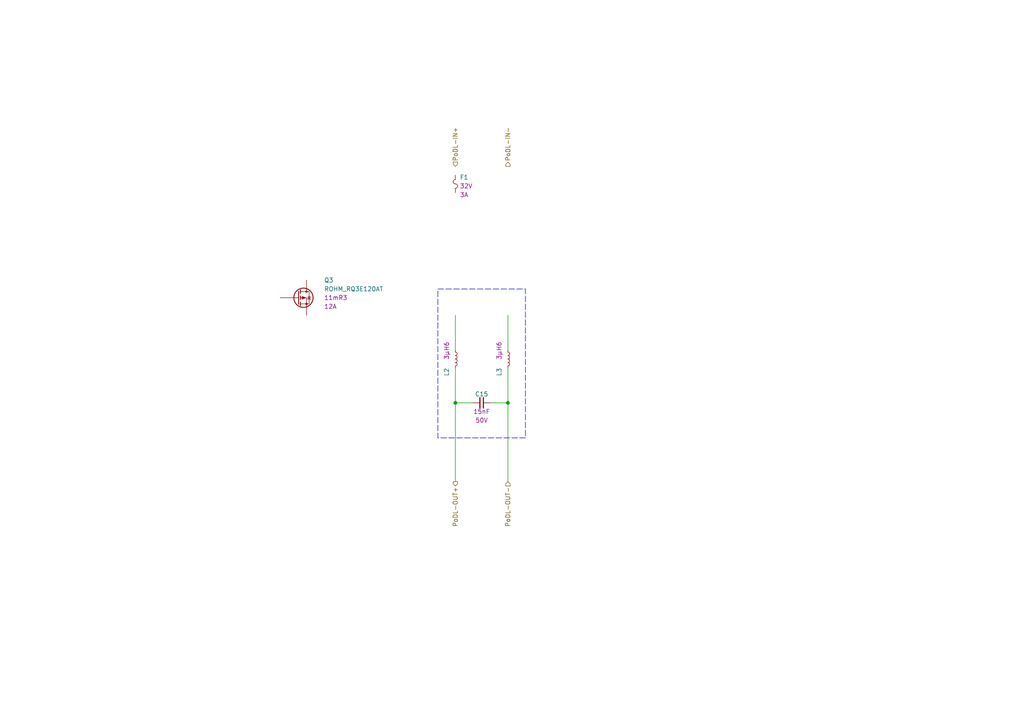
<source format=kicad_sch>
(kicad_sch (version 20230121) (generator eeschema)
  (paper "A4")
  (lib_symbols
    (symbol "Skyhawkson-Capacitors:15NF_0603" (pin_numbers hide) (pin_names (offset 0.254) hide)
      (property "Reference" "C" (at 0 2.54 0))
      (property "Tolerance" "10%" (at 0 -7.62 0))
      (property "Rating" "50V" (at 0 -10.16 0))
      (property "Temp" "X7R" (at 0 -15.24 0))
      (property "Package" "0603" (at 0 -12.7 0))
      (property "Capacitance" "15nF" (at 0 -5.08 0))
      (symbol "15NF_0603_0_1"
        (polyline (pts (xy 2.032 -1.524) (xy 2.032 1.524)) (stroke (width 0.3048)))
        (polyline (pts (xy 3.048 -1.524) (xy 3.048 1.524)) (stroke (width 0.3302)))
      )
      (symbol "15NF_0603_1_1"
        (pin passive line (at 0 0 0) (length 2.032) (name "~") (number "1"))
        (pin passive line (at 5.08 0 180) (length 2.032) (name "~") (number "2"))
      )
    )
    (symbol "Skyhawkson-Inductors Coils and Beads:BOURNS_SRP5030TA-3R6M" (pin_numbers hide) (pin_names (offset 0.254) hide)
      (property "Reference" "L" (at 0 1.27 0))
      (property "Value" "BOURNS_SRP5030TA-3R6M" (at 0 -2.54 0))
      (property "Current" "4A9" (at 0 -10.16 0))
      (property "Tolerance" "20%" (at 0 -7.62 0))
      (property "Res. Frequency" "29MHz" (at 0 -12.7 0))
      (property "Inductance" "3µH6" (at 0 -5.08 0))
      (symbol "BOURNS_SRP5030TA-3R6M_0_1"
        (arc (start 1.524 0) (mid 1.016 0.5058) (end 0.508 0))
        (arc (start 2.54 0) (mid 2.032 0.5058) (end 1.524 0))
        (arc (start 3.556 0) (mid 3.048 0.5058) (end 2.54 0))
        (arc (start 4.572 0) (mid 4.064 0.5058) (end 3.556 0))
      )
      (symbol "BOURNS_SRP5030TA-3R6M_1_1"
        (pin passive line (at 0 0 0) (length 0.508) (name "~") (number "1"))
        (pin passive line (at 5.08 0 180) (length 0.508) (name "~") (number "2"))
      )
    )
    (symbol "Skyhawkson-Miscellaneous:LF_0494003" (pin_numbers hide) (pin_names (offset 0.254) hide)
      (property "Reference" "F" (at 0 1.27 0))
      (property "Value" "LF_0494003" (at 0 -3.81 0))
      (property "TYPE" "FAST" (at 0 -6.35 0))
      (property "VOLTAGE" "32V" (at 0 -8.89 0))
      (property "CURRENT" "3A" (at 0 -11.43 0))
      (symbol "LF_0494003_0_1"
        (arc (start 1.27 0) (mid 1.456 -0.449) (end 1.905 -0.635))
        (arc (start 1.905 -0.635) (mid 2.354 -0.449) (end 2.54 0))
        (arc (start 3.175 0.635) (mid 2.726 0.449) (end 2.54 0))
        (arc (start 3.81 0) (mid 3.624 0.449) (end 3.175 0.635))
      )
      (symbol "LF_0494003_1_1"
        (pin passive line (at 0 0 0) (length 1.27) (name "~") (number "1"))
        (pin passive line (at 5.08 0 180) (length 1.27) (name "~") (number "2"))
      )
    )
    (symbol "Skyhawkson-Transistors and FETs:ROHM_RQ3E120AT" (pin_numbers hide) (pin_names (offset 0.254) hide)
      (property "Reference" "Q" (at 10.16 0 0))
      (property "Value" "ROHM_RQ3E120AT" (at 10.16 -2.54 0))
      (property "Type" "PMOS ENH" (at 10.16 -5.08 0))
      (property "Vgs_th" "-2V5" (at 10.16 -7.62 0))
      (property "Package" "HSMT8" (at 10.16 -10.16 0))
      (property "Rds_on_max" "11mR3" (at 10.16 -12.7 0))
      (property "Vmax" "-30Vmax" (at 10.16 -15.24 0))
      (property "Current" "12A" (at 10.16 -17.78 0))
      (symbol "ROHM_RQ3E120AT_0_1"
        (polyline (pts (xy 5.334 0) (xy 2.54 0)))
        (polyline (pts (xy 5.334 1.905) (xy 5.334 -1.905)) (stroke (width 0.254)))
        (polyline (pts (xy 5.842 -1.27) (xy 5.842 -2.286)) (stroke (width 0.254)))
        (polyline (pts (xy 5.842 0.508) (xy 5.842 -0.508)) (stroke (width 0.254)))
        (polyline (pts (xy 5.842 2.286) (xy 5.842 1.27)) (stroke (width 0.254)))
        (polyline (pts (xy 7.62 2.54) (xy 7.62 1.778)))
        (polyline (pts (xy 7.62 -2.54) (xy 7.62 0) (xy 5.842 0)))
        (polyline (pts (xy 5.842 -1.778) (xy 8.382 -1.778) (xy 8.382 1.778) (xy 5.842 1.778)))
        (polyline (pts (xy 7.366 0) (xy 6.35 -0.381) (xy 6.35 0.381) (xy 7.366 0)) (fill (type outline)))
        (polyline (pts (xy 8.382 -0.381) (xy 8.763 0.254) (xy 8.001 0.254) (xy 8.382 -0.381)))
        (polyline (pts (xy 8.89 -0.508) (xy 8.763 -0.381) (xy 8.001 -0.381) (xy 7.874 -0.254)))
        (circle (center 6.731 0) (radius 2.794) (stroke (width 0.254)))
        (circle (center 7.62 -1.778) (radius 0.254) (fill (type outline)))
        (circle (center 7.62 1.778) (radius 0.254) (fill (type outline)))
      )
      (symbol "ROHM_RQ3E120AT_1_1"
        (pin passive line (at 7.62 -5.08 90) (length 2.54) hide (name "S") (number "1"))
        (pin passive line (at 7.62 -5.08 90) (length 2.54) (name "S") (number "2"))
        (pin passive line (at 7.62 -5.08 90) (length 2.54) hide (name "S") (number "3"))
        (pin input line (at 0 0 0) (length 2.54) (name "G") (number "4"))
        (pin passive line (at 7.62 5.08 270) (length 2.54) (name "D") (number "5"))
        (pin passive line (at 7.62 5.08 270) (length 2.54) hide (name "D") (number "6"))
        (pin passive line (at 7.62 5.08 270) (length 2.54) hide (name "D") (number "7"))
        (pin passive line (at 7.62 5.08 270) (length 2.54) hide (name "D") (number "8"))
        (pin passive line (at 7.62 5.08 270) (length 2.54) hide (name "D") (number "PAD"))
      )
    )
  )
  (junction (at 132.08 116.84))
  (junction (at 147.32 116.84))
  (wire (pts (xy 132.08 116.84) (xy 132.08 139.7)))
  (wire (pts (xy 132.08 91.44) (xy 132.08 101.6)))
  (wire (pts (xy 132.08 106.68) (xy 132.08 116.84)))
  (wire (pts (xy 147.32 91.44) (xy 147.32 101.6)))
  (wire (pts (xy 147.32 116.84) (xy 147.32 139.7)))
  (wire (pts (xy 132.08 116.84) (xy 137.16 116.84)))
  (wire (pts (xy 142.24 116.84) (xy 147.32 116.84)))
  (wire (pts (xy 147.32 116.84) (xy 147.32 106.68)))
  (rectangle (start 127 83.82) (end 152.4 127) (stroke (width 0) (type dash)))
  (hierarchical_label "PoDL-IN-" (shape output) (at 147.32 48.26 90))
  (hierarchical_label "PoDL-OUT+" (shape output) (at 132.08 139.7 270))
  (hierarchical_label "PoDL-IN+" (shape input) (at 132.08 48.26 90))
  (hierarchical_label "PoDL-OUT-" (shape input) (at 147.32 139.7 270))
  (symbol (lib_id "Skyhawkson-Capacitors:15NF_0603") (at 142.24 116.84 180) (unit 1)
    (property "Reference" "C15" (at 139.7 114.3 0))
    (property "Value" "15NF_0603" (effects hide))
    (property "Footprint" "Skyhawkson_Footprints:GENERIC_0603_CAP" (effects hide))
    (property "DKPN" "399-C0603C153K5RAC7867CT-ND" (effects hide))
    (property "Tolerance" "10%" (effects hide))
    (property "Rating" "50V" (at 139.7 121.92 0))
    (property "Temp" "X7R" (effects hide))
    (property "Package" "0603" (effects hide))
    (property "Capacitance" "15nF" (at 139.7 119.38 0))
  )
  (symbol (lib_id "Skyhawkson-Inductors Coils and Beads:BOURNS_SRP5030TA-3R6M") (at 147.32 101.6 270) (unit 1)
    (property "Reference" "L3" (at 144.78 106.68 0) (effects (justify left)))
    (property "Value" "BOURNS_SRP5030TA-3R6M" (effects hide))
    (property "Footprint" "Skyhawkson_Footprints:BOURNS_SRP5030TA" (effects hide))
    (property "Datasheet" "https://www.bourns.com/docs/Product-Datasheets/SRP5030TA.pdf" (effects hide))
    (property "DKPN" "118-SRP5030TA-3R6MCT-ND" (effects hide))
    (property "Current" "4A9" (effects hide))
    (property "Tolerance" "20%" (effects hide))
    (property "Res. Frequency" "29MHz" (effects hide))
    (property "Inductance" "3µH6" (at 144.78 99.06 0) (effects (justify left)))
  )
  (symbol (lib_id "Skyhawkson-Miscellaneous:LF_0494003") (at 132.08 55.88 90) (unit 1)
    (property "Reference" "F1" (at 133.35 51.435 90) (effects (justify right)))
    (property "Value" "LF_0494003" (effects hide))
    (property "Footprint" "Skyhawkson_Footprints:LF_0494_(0603)" (effects hide))
    (property "Datasheet" "https://www.littelfuse.com/~/media/electronics/datasheets/fuses/littelfuse_fuse_494_datasheet.pdf.pdf" (effects hide))
    (property "DKPN" "F5806CT-ND" (effects hide))
    (property "TYPE" "FAST" (effects hide))
    (property "VOLTAGE" "32V" (at 133.35 53.975 90) (effects (justify right)))
    (property "CURRENT" "3A" (at 133.35 56.515 90) (effects (justify right)))
  )
  (symbol (lib_id "Skyhawkson-Transistors and FETs:ROHM_RQ3E120AT") (at 81.28 86.36 0) (unit 1)
    (property "Reference" "Q3" (at 93.98 81.28 0) (effects (justify left)))
    (property "Value" "ROHM_RQ3E120AT" (at 93.98 83.82 0) (effects (justify left)))
    (property "Footprint" "Skyhawkson_Footprints:ROHM_HSMT8" (effects hide))
    (property "Datasheet" "https://fscdn.rohm.com/en/products/databook/datasheet/discrete/transistor/mosfet/rq3e120attb-e.pdf" (effects hide))
    (property "DKPN" "RQ3E120ATTBCT-ND" (effects hide))
    (property "Type" "PMOS ENH" (effects hide))
    (property "Vgs_th" "-2V5" (effects hide))
    (property "Package" "HSMT8" (effects hide))
    (property "Rds_on_max" "11mR3" (at 93.98 86.36 0) (effects (justify left)))
    (property "Vmax" "-30Vmax" (effects hide))
    (property "Current" "12A" (at 93.98 88.9 0) (effects (justify left)))
  )
  (symbol (lib_id "Skyhawkson-Inductors Coils and Beads:BOURNS_SRP5030TA-3R6M") (at 132.08 101.6 270) (unit 1)
    (property "Reference" "L2" (at 129.54 106.68 0) (effects (justify left)))
    (property "Value" "BOURNS_SRP5030TA-3R6M" (effects hide))
    (property "Footprint" "Skyhawkson_Footprints:BOURNS_SRP5030TA" (effects hide))
    (property "Datasheet" "https://www.bourns.com/docs/Product-Datasheets/SRP5030TA.pdf" (effects hide))
    (property "DKPN" "118-SRP5030TA-3R6MCT-ND" (effects hide))
    (property "Current" "4A9" (effects hide))
    (property "Tolerance" "20%" (effects hide))
    (property "Res. Frequency" "29MHz" (effects hide))
    (property "Inductance" "3µH6" (at 129.54 99.06 0) (effects (justify left)))
  )
)
</source>
